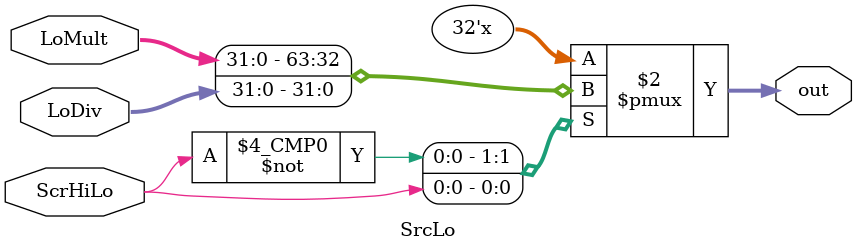
<source format=v>
module SrcLo(ScrHiLo, LoMult, LoDiv, out);
	
	input ScrHiLo;
	input [31:0] LoMult;
	input [31:0] LoDiv;
	
	output reg [31:0] out;
	
	always @ (LoMult or LoDiv or ScrHiLo)
	begin
		case (ScrHiLo)
			1'b0 : out <= LoMult;
			1'b1 : out <= LoDiv;
		endcase
	end
endmodule

</source>
